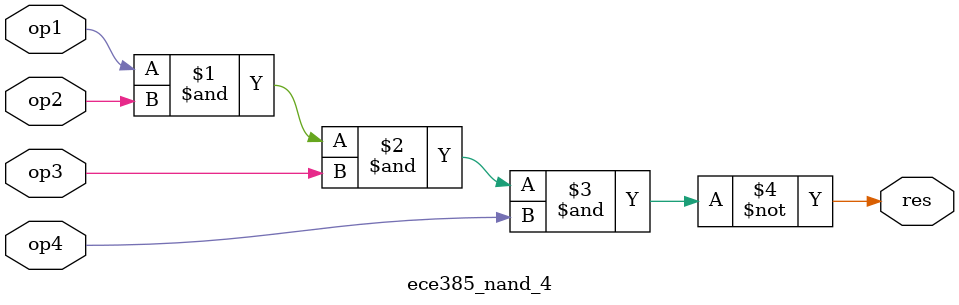
<source format=sv>
module ece385_nand_4(
    input logic op1, op2, op3, op4,
    output logic res
    );
    assign res = ~(op1 & op2 & op3 & op4);
endmodule
</source>
